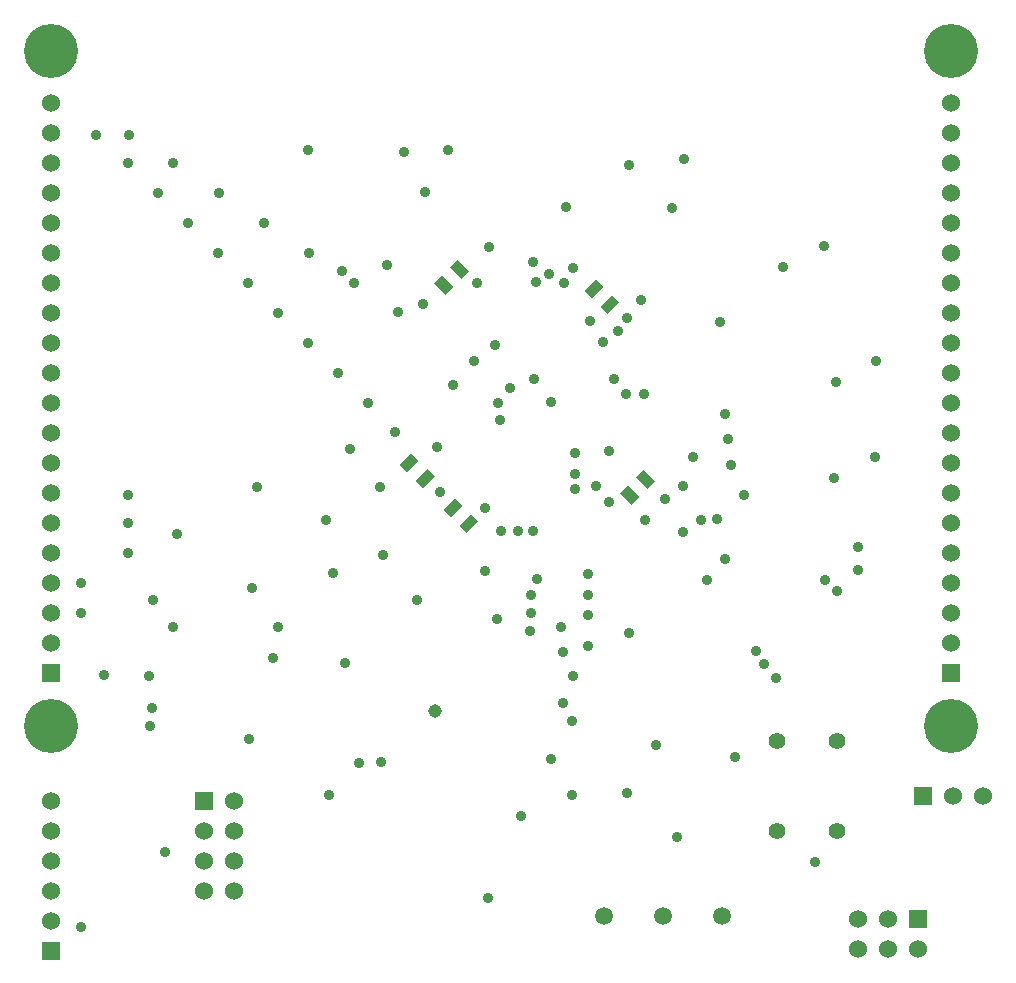
<source format=gbs>
G04 (created by PCBNEW (2013-may-18)-stable) date Thu 11 Jun 2015 01:15:37 PM EDT*
%MOIN*%
G04 Gerber Fmt 3.4, Leading zero omitted, Abs format*
%FSLAX34Y34*%
G01*
G70*
G90*
G04 APERTURE LIST*
%ADD10C,0.00590551*%
%ADD11C,0.035*%
%ADD12C,0.055*%
%ADD13R,0.06X0.06*%
%ADD14C,0.06*%
%ADD15C,0.0590551*%
%ADD16C,0.18*%
%ADD17C,0.045*%
G04 APERTURE END LIST*
G54D10*
G54D11*
X47350Y-53850D03*
X46350Y-54900D03*
X54275Y-35325D03*
X51650Y-58350D03*
X48100Y-53800D03*
X57950Y-56300D03*
X59550Y-47050D03*
X62850Y-36600D03*
X61500Y-37300D03*
X59400Y-39150D03*
X49575Y-34825D03*
X50325Y-33425D03*
X48875Y-33475D03*
X45675Y-33425D03*
X47075Y-43375D03*
X63250Y-41150D03*
X64600Y-40450D03*
X64550Y-43650D03*
X40900Y-56800D03*
X63200Y-44350D03*
X57550Y-45050D03*
G54D12*
X61300Y-53100D03*
X63300Y-53100D03*
X61300Y-56100D03*
X63300Y-56100D03*
G54D10*
G36*
X56033Y-38494D02*
X55644Y-38883D01*
X55396Y-38635D01*
X55785Y-38246D01*
X56033Y-38494D01*
X56033Y-38494D01*
G37*
G36*
X55503Y-37964D02*
X55114Y-38353D01*
X54866Y-38105D01*
X55255Y-37716D01*
X55503Y-37964D01*
X55503Y-37964D01*
G37*
G36*
X50255Y-38233D02*
X49866Y-37844D01*
X50114Y-37596D01*
X50503Y-37985D01*
X50255Y-38233D01*
X50255Y-38233D01*
G37*
G36*
X50785Y-37703D02*
X50396Y-37314D01*
X50644Y-37066D01*
X51033Y-37455D01*
X50785Y-37703D01*
X50785Y-37703D01*
G37*
G36*
X49883Y-44294D02*
X49494Y-44683D01*
X49246Y-44435D01*
X49635Y-44046D01*
X49883Y-44294D01*
X49883Y-44294D01*
G37*
G36*
X49353Y-43764D02*
X48964Y-44153D01*
X48716Y-43905D01*
X49105Y-43516D01*
X49353Y-43764D01*
X49353Y-43764D01*
G37*
G36*
X56844Y-44066D02*
X57233Y-44455D01*
X56985Y-44703D01*
X56596Y-44314D01*
X56844Y-44066D01*
X56844Y-44066D01*
G37*
G36*
X56314Y-44596D02*
X56703Y-44985D01*
X56455Y-45233D01*
X56066Y-44844D01*
X56314Y-44596D01*
X56314Y-44596D01*
G37*
G36*
X51333Y-45794D02*
X50944Y-46183D01*
X50696Y-45935D01*
X51085Y-45546D01*
X51333Y-45794D01*
X51333Y-45794D01*
G37*
G36*
X50803Y-45264D02*
X50414Y-45653D01*
X50166Y-45405D01*
X50555Y-45016D01*
X50803Y-45264D01*
X50803Y-45264D01*
G37*
G54D13*
X42200Y-55100D03*
G54D14*
X43200Y-55100D03*
X42200Y-56100D03*
X43200Y-56100D03*
X42200Y-57100D03*
X43200Y-57100D03*
X42200Y-58100D03*
X43200Y-58100D03*
G54D13*
X67100Y-50850D03*
G54D14*
X67100Y-49850D03*
X67100Y-40850D03*
X67100Y-47850D03*
X67100Y-38850D03*
X67100Y-45850D03*
X67100Y-36850D03*
X67100Y-43850D03*
X67100Y-34850D03*
X67100Y-41850D03*
X67100Y-32850D03*
X67100Y-39850D03*
X67100Y-37850D03*
X67100Y-35850D03*
X67100Y-33850D03*
X67100Y-31850D03*
X67100Y-48850D03*
X67100Y-46850D03*
X67100Y-44850D03*
X67100Y-42850D03*
G54D13*
X37100Y-50850D03*
G54D14*
X37100Y-49850D03*
X37100Y-40850D03*
X37100Y-47850D03*
X37100Y-38850D03*
X37100Y-45850D03*
X37100Y-36850D03*
X37100Y-43850D03*
X37100Y-34850D03*
X37100Y-41850D03*
X37100Y-32850D03*
X37100Y-39850D03*
X37100Y-37850D03*
X37100Y-35850D03*
X37100Y-33850D03*
X37100Y-31850D03*
X37100Y-48850D03*
X37100Y-46850D03*
X37100Y-44850D03*
X37100Y-42850D03*
G54D13*
X37100Y-60100D03*
G54D14*
X37100Y-59100D03*
X37100Y-58100D03*
X37100Y-57100D03*
X37100Y-56100D03*
X37100Y-55100D03*
G54D15*
X55531Y-58950D03*
X57500Y-58950D03*
X59468Y-58950D03*
G54D14*
X64000Y-60050D03*
X64000Y-59050D03*
X65000Y-60050D03*
X65000Y-59050D03*
X66000Y-60050D03*
G54D13*
X66000Y-59050D03*
G54D16*
X67100Y-30100D03*
X67100Y-52600D03*
X37100Y-30100D03*
X37100Y-52600D03*
G54D11*
X59900Y-53650D03*
G54D13*
X66150Y-54950D03*
G54D14*
X67150Y-54950D03*
X68150Y-54950D03*
G54D17*
X49900Y-52100D03*
G54D11*
X43700Y-53050D03*
X52750Y-55600D03*
X54450Y-54900D03*
X56300Y-54850D03*
X58750Y-45750D03*
X55700Y-43450D03*
X51200Y-40450D03*
X39650Y-45850D03*
X54150Y-50150D03*
X54550Y-44700D03*
X55000Y-49950D03*
X58150Y-44600D03*
X56350Y-49500D03*
X58150Y-46150D03*
X48650Y-38800D03*
X44650Y-38850D03*
X47200Y-37850D03*
X43650Y-37850D03*
X45700Y-36850D03*
X42650Y-36850D03*
X44200Y-35850D03*
X41650Y-35850D03*
X42700Y-34850D03*
X40650Y-34850D03*
X41150Y-33850D03*
X39650Y-33850D03*
X39700Y-32900D03*
X38600Y-32900D03*
X53750Y-53700D03*
X53250Y-37800D03*
X55250Y-44600D03*
X55000Y-47550D03*
X51550Y-47450D03*
X44500Y-50350D03*
X39650Y-44900D03*
X51900Y-39900D03*
X53150Y-37150D03*
X38100Y-48850D03*
X61250Y-51000D03*
X54450Y-52450D03*
X59750Y-43900D03*
X56850Y-41550D03*
X64000Y-47400D03*
X63300Y-48100D03*
X60850Y-50550D03*
X54150Y-51850D03*
X59650Y-43050D03*
X55850Y-41050D03*
X55700Y-45150D03*
X58950Y-47750D03*
X46800Y-37450D03*
X38100Y-47850D03*
X60200Y-44900D03*
X56000Y-39450D03*
X54200Y-37850D03*
X58500Y-43650D03*
X56250Y-41550D03*
X40400Y-52600D03*
X57250Y-53250D03*
X59300Y-45700D03*
X55000Y-48900D03*
X53100Y-48850D03*
X52100Y-46100D03*
X64000Y-46650D03*
X62900Y-47750D03*
X60600Y-50100D03*
X54500Y-50950D03*
X59550Y-42200D03*
X55500Y-39800D03*
X53300Y-47700D03*
X53150Y-46100D03*
X49300Y-48400D03*
X40350Y-50950D03*
X53700Y-37550D03*
X54100Y-49300D03*
X53050Y-49450D03*
X40450Y-52000D03*
X55000Y-48250D03*
X53100Y-48250D03*
X52650Y-46100D03*
X56900Y-45750D03*
X62550Y-57150D03*
X54550Y-44200D03*
X48050Y-44650D03*
X56300Y-39000D03*
X51700Y-36650D03*
X51300Y-37850D03*
X55050Y-39100D03*
X49950Y-43300D03*
X50500Y-41250D03*
X39650Y-46850D03*
X52050Y-42400D03*
X48550Y-42800D03*
X46650Y-40850D03*
X52400Y-41350D03*
X47650Y-41850D03*
X52000Y-41850D03*
X53200Y-41050D03*
X45650Y-39850D03*
X40500Y-48400D03*
X41300Y-46200D03*
X43950Y-44650D03*
X46250Y-45750D03*
X43800Y-48000D03*
X38850Y-50900D03*
X48150Y-46900D03*
X46500Y-47500D03*
X44650Y-49300D03*
X41150Y-49300D03*
X46900Y-50500D03*
X53750Y-41800D03*
X38100Y-59300D03*
X54550Y-43500D03*
X49500Y-38550D03*
X48300Y-37250D03*
X56750Y-38400D03*
X57800Y-35350D03*
X56350Y-33900D03*
X58200Y-33700D03*
X51950Y-49050D03*
X50050Y-44800D03*
X54500Y-37350D03*
X51550Y-45350D03*
M02*

</source>
